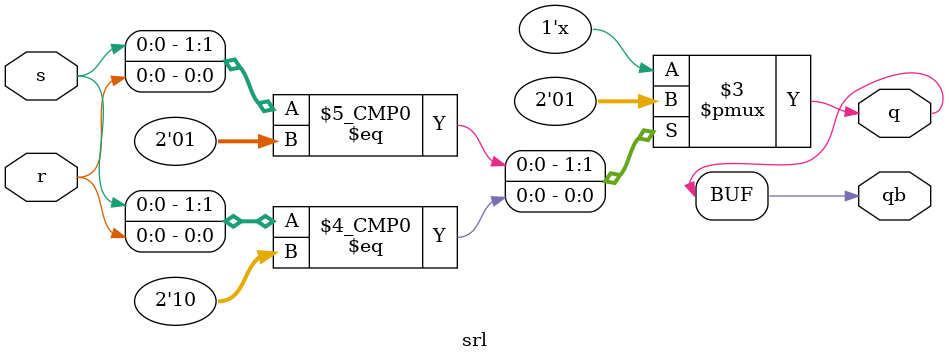
<source format=v>
module srl(
        input s,r,output reg q,output qb);

        assign qb=q;

        always@(*)begin

                case ({s, r})

                        2'b00:q=q;
                        2'b01:q=1'b0;
                        2'b10:q=1'b1;
                        2'b11:q=1'bx;

                endcase

        end
        endmodule

</source>
